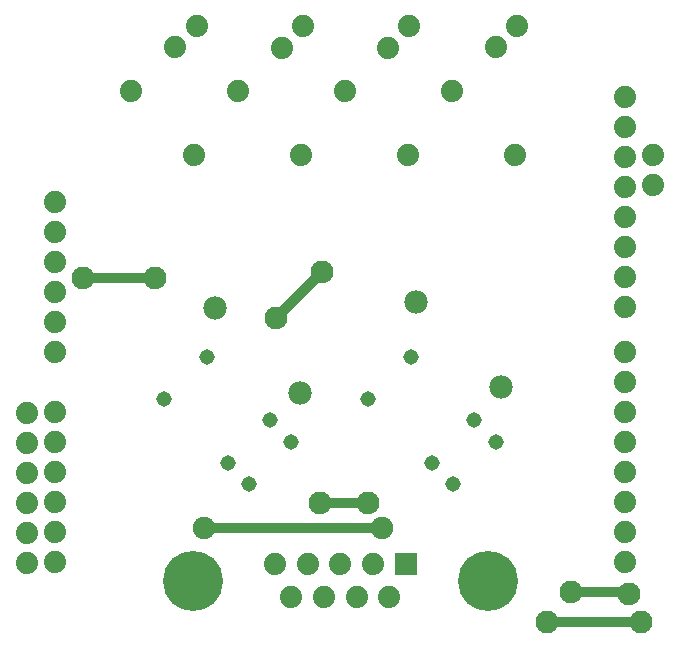
<source format=gbr>
G04 EAGLE Gerber RS-274X export*
G75*
%MOMM*%
%FSLAX34Y34*%
%LPD*%
%INTop Copper*%
%IPPOS*%
%AMOC8*
5,1,8,0,0,1.08239X$1,22.5*%
G01*
%ADD10C,1.308000*%
%ADD11R,1.879600X1.879600*%
%ADD12C,1.879600*%
%ADD13C,5.080000*%
%ADD14C,1.981200*%
%ADD15C,1.930400*%
%ADD16C,0.812800*%
%ADD17C,1.950000*%
%ADD18C,1.900000*%


D10*
X354617Y284571D03*
X318696Y248650D03*
X390538Y176808D03*
X426459Y212729D03*
X408499Y230689D03*
X372578Y194768D03*
X181817Y284571D03*
X145896Y248650D03*
X217738Y176808D03*
X253659Y212729D03*
X235699Y230689D03*
X199778Y194768D03*
D11*
X350400Y109200D03*
D12*
X322700Y109200D03*
X295000Y109200D03*
X267300Y109200D03*
X239600Y109200D03*
X336500Y80800D03*
X308800Y80800D03*
X281200Y80800D03*
X253500Y80800D03*
D13*
X420000Y95000D03*
X170000Y95000D03*
D12*
X53500Y415700D03*
X53500Y390300D03*
X53500Y364900D03*
X53500Y339500D03*
X53500Y314100D03*
X53500Y288700D03*
X53500Y237900D03*
X53500Y212500D03*
X53500Y187100D03*
X53500Y161700D03*
X53500Y136300D03*
X53500Y110900D03*
X536100Y110900D03*
X536100Y136300D03*
X536100Y161700D03*
X536100Y187100D03*
X536100Y212500D03*
X536100Y237900D03*
X536100Y263300D03*
X536100Y288700D03*
X536100Y326800D03*
X536100Y352200D03*
X536100Y377600D03*
X536100Y403000D03*
X536100Y428400D03*
X536100Y453800D03*
X536100Y479200D03*
X536100Y504600D03*
X263406Y564286D03*
X245446Y546326D03*
X353482Y564296D03*
X335522Y546336D03*
X444408Y564540D03*
X426448Y546580D03*
X173314Y564410D03*
X155354Y546450D03*
X262141Y455679D03*
X208259Y509561D03*
X352621Y455679D03*
X298739Y509561D03*
X443181Y455679D03*
X389299Y509561D03*
X171281Y455679D03*
X117399Y509561D03*
X30000Y110000D03*
X30000Y135400D03*
X30000Y160800D03*
X30000Y186200D03*
X30000Y211600D03*
X30000Y237000D03*
X560000Y430000D03*
X560000Y455400D03*
D14*
X189079Y325921D03*
X260921Y254079D03*
X359079Y330921D03*
X430921Y259079D03*
D15*
X539360Y83720D03*
X490000Y85000D03*
D16*
X538080Y85000D01*
X539360Y83720D01*
X318700Y160400D02*
X318697Y160403D01*
X318700Y160400D02*
X278060Y160400D01*
D15*
X318697Y160403D03*
X278060Y160400D03*
D16*
X240610Y317610D02*
X279710Y355980D01*
D15*
X240610Y317610D03*
X279710Y355980D03*
D16*
X138120Y351060D02*
X77400Y351060D01*
D15*
X77400Y351060D03*
X138120Y351060D03*
D17*
X470000Y60000D03*
X550000Y60000D03*
D16*
X470000Y60000D01*
D18*
X330000Y140000D03*
D16*
X180000Y140000D01*
D18*
X180000Y140000D03*
M02*

</source>
